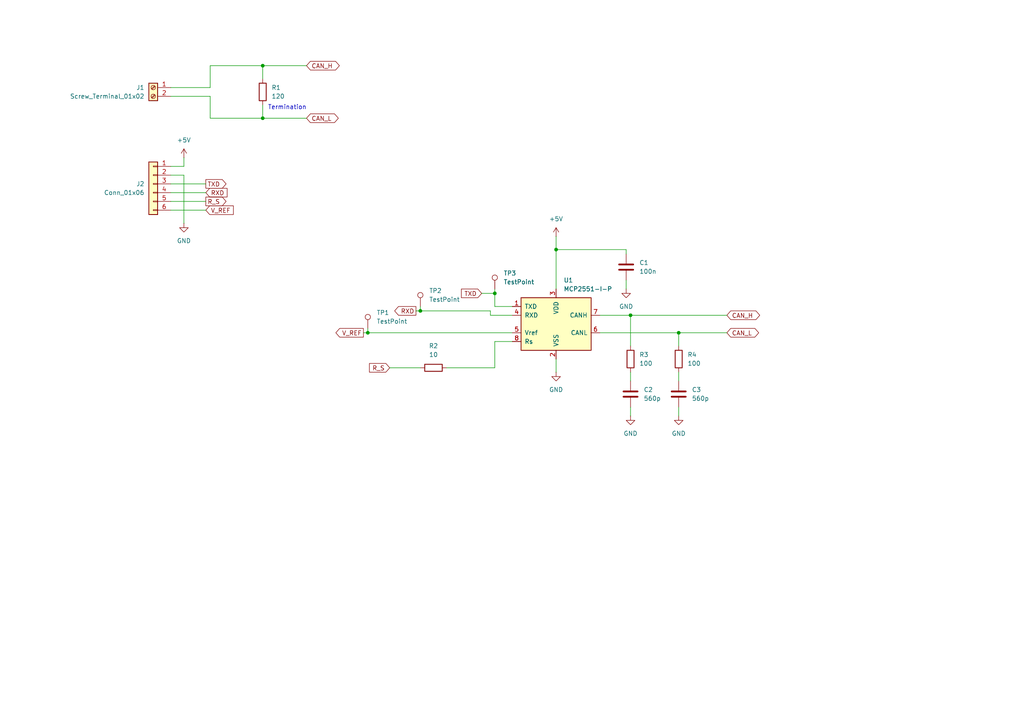
<source format=kicad_sch>
(kicad_sch (version 20231120) (generator "eeschema") (generator_version "8.0")
  (paper "A4")
  (title_block (title "CAN sniffer board") (date "2025-02-04") (rev "A01"))
  (lib_symbols
    (symbol "Connector:Screw_Terminal_01x02" (pin_names (offset 1.016) hide)
      (property "Reference" "J" (at 0 2.54 0))
      (property "Value" "Screw_Terminal_01x02" (at 0 -5.08 0))
      (symbol "Screw_Terminal_01x02_1_1"
        (rectangle (start -1.27 1.27) (end 1.27 -3.81) (stroke (width 0.254)) (fill (type background)))
        (circle (center 0 -2.54) (radius 0.635) (stroke (width 0.1524)))
        (polyline (pts (xy -0.5334 -2.2098) (xy 0.3302 -3.048)) (stroke (width 0.1524)))
        (polyline (pts (xy -0.5334 0.3302) (xy 0.3302 -0.508)) (stroke (width 0.1524)))
        (polyline (pts (xy -0.3556 -2.032) (xy 0.508 -2.8702)) (stroke (width 0.1524)))
        (polyline (pts (xy -0.3556 0.508) (xy 0.508 -0.3302)) (stroke (width 0.1524)))
        (circle (center 0 0) (radius 0.635) (stroke (width 0.1524)))
        (pin passive line (at -5.08 0 0) (length 3.81) (name "Pin_1") (number "1"))
        (pin passive line (at -5.08 -2.54 0) (length 3.81) (name "Pin_2") (number "2"))
      )
    )
    (symbol "Connector:TestPoint" (pin_numbers hide) (pin_names (offset 0.762) hide)
      (property "Reference" "TP" (at 0 6.858 0))
      (property "Value" "TestPoint" (at 0 5.08 0))
      (symbol "TestPoint_0_1"
        (circle (center 0 3.302) (radius 0.762))
      )
      (symbol "TestPoint_1_1"
        (pin passive line (at 0 0 90) (length 2.54) (name "1") (number "1"))
      )
    )
    (symbol "Connector_Generic:Conn_01x06" (pin_names (offset 1.016) hide)
      (property "Reference" "J" (at 0 7.62 0))
      (property "Value" "Conn_01x06" (at 0 -10.16 0))
      (symbol "Conn_01x06_1_1"
        (rectangle (start -1.27 -7.493) (end 0 -7.747) (stroke (width 0.1524)))
        (rectangle (start -1.27 -4.953) (end 0 -5.207) (stroke (width 0.1524)))
        (rectangle (start -1.27 -2.413) (end 0 -2.667) (stroke (width 0.1524)))
        (rectangle (start -1.27 0.127) (end 0 -0.127) (stroke (width 0.1524)))
        (rectangle (start -1.27 2.667) (end 0 2.413) (stroke (width 0.1524)))
        (rectangle (start -1.27 5.207) (end 0 4.953) (stroke (width 0.1524)))
        (rectangle (start -1.27 6.35) (end 1.27 -8.89) (stroke (width 0.254)) (fill (type background)))
        (pin passive line (at -5.08 5.08 0) (length 3.81) (name "Pin_1") (number "1"))
        (pin passive line (at -5.08 2.54 0) (length 3.81) (name "Pin_2") (number "2"))
        (pin passive line (at -5.08 0 0) (length 3.81) (name "Pin_3") (number "3"))
        (pin passive line (at -5.08 -2.54 0) (length 3.81) (name "Pin_4") (number "4"))
        (pin passive line (at -5.08 -5.08 0) (length 3.81) (name "Pin_5") (number "5"))
        (pin passive line (at -5.08 -7.62 0) (length 3.81) (name "Pin_6") (number "6"))
      )
    )
    (symbol "Device:C" (pin_numbers hide) (pin_names (offset 0.254))
      (property "Reference" "C" (at 0.635 2.54 0))
      (property "Value" "C" (at 0.635 -2.54 0))
      (symbol "C_0_1"
        (polyline (pts (xy -2.032 -0.762) (xy 2.032 -0.762)) (stroke (width 0.508)))
        (polyline (pts (xy -2.032 0.762) (xy 2.032 0.762)) (stroke (width 0.508)))
      )
      (symbol "C_1_1"
        (pin passive line (at 0 3.81 270) (length 2.794) (name "~") (number "1"))
        (pin passive line (at 0 -3.81 90) (length 2.794) (name "~") (number "2"))
      )
    )
    (symbol "Device:R" (pin_numbers hide) (pin_names (offset 0))
      (property "Reference" "R" (at 2.032 0 90))
      (property "Value" "R" (at 0 0 90))
      (symbol "R_0_1"
        (rectangle (start -1.016 -2.54) (end 1.016 2.54) (stroke (width 0.254)))
      )
      (symbol "R_1_1"
        (pin passive line (at 0 3.81 270) (length 1.27) (name "~") (number "1"))
        (pin passive line (at 0 -3.81 90) (length 1.27) (name "~") (number "2"))
      )
    )
    (symbol "Interface_CAN_LIN:MCP2551-I-P" (pin_names (offset 1.016))
      (property "Reference" "U" (at -10.16 8.89 0))
      (property "Value" "MCP2551-I-P" (at 2.54 8.89 0))
      (symbol "MCP2551-I-P_0_1"
        (rectangle (start -10.16 7.62) (end 10.16 -7.62) (stroke (width 0.254)) (fill (type background)))
      )
      (symbol "MCP2551-I-P_1_1"
        (pin input line (at -12.7 5.08 0) (length 2.54) (name "TXD") (number "1"))
        (pin power_in line (at 0 -10.16 90) (length 2.54) (name "VSS") (number "2"))
        (pin power_in line (at 0 10.16 270) (length 2.54) (name "VDD") (number "3"))
        (pin output line (at -12.7 2.54 0) (length 2.54) (name "RXD") (number "4"))
        (pin power_out line (at -12.7 -2.54 0) (length 2.54) (name "Vref") (number "5"))
        (pin bidirectional line (at 12.7 -2.54 180) (length 2.54) (name "CANL") (number "6"))
        (pin bidirectional line (at 12.7 2.54 180) (length 2.54) (name "CANH") (number "7"))
        (pin input line (at -12.7 -5.08 0) (length 2.54) (name "Rs") (number "8"))
      )
    )
    (symbol "power:+5V" (power) (pin_numbers hide) (pin_names (offset 0) hide)
      (property "Value" "+5V" (at 0 3.556 0))
      (symbol "+5V_0_1"
        (polyline (pts (xy -0.762 1.27) (xy 0 2.54)))
        (polyline (pts (xy 0 0) (xy 0 2.54)))
        (polyline (pts (xy 0 2.54) (xy 0.762 1.27)))
      )
      (symbol "+5V_1_1"
        (pin power_in line (at 0 0 90) (length 0) (name "~") (number "1"))
      )
    )
    (symbol "power:GND" (power) (pin_numbers hide) (pin_names (offset 0) hide)
      (property "Value" "GND" (at 0 -3.81 0))
      (symbol "GND_0_1"
        (polyline (pts (xy 0 0) (xy 0 -1.27) (xy 1.27 -1.27) (xy 0 -2.54) (xy -1.27 -1.27) (xy 0 -1.27)))
      )
      (symbol "GND_1_1"
        (pin power_in line (at 0 0 270) (length 0) (name "~") (number "1"))
      )
    )
  )
  (junction (at 121.92 90.17))
  (junction (at 106.68 96.52))
  (junction (at 76.2 34.29))
  (junction (at 182.88 91.44))
  (junction (at 161.29 72.39))
  (junction (at 76.2 19.05))
  (junction (at 196.85 96.52))
  (junction (at 143.51 85.09))
  (wire (pts (xy 182.88 107.95) (xy 182.88 110.49)))
  (wire (pts (xy 161.29 72.39) (xy 181.61 72.39)))
  (wire (pts (xy 76.2 19.05) (xy 88.9 19.05)))
  (wire (pts (xy 120.65 90.17) (xy 121.92 90.17)))
  (wire (pts (xy 49.53 50.8) (xy 53.34 50.8)))
  (wire (pts (xy 53.34 45.72) (xy 53.34 48.26)))
  (wire (pts (xy 182.88 118.11) (xy 182.88 120.65)))
  (wire (pts (xy 173.99 96.52) (xy 196.85 96.52)))
  (wire (pts (xy 181.61 81.28) (xy 181.61 83.82)))
  (wire (pts (xy 139.7 85.09) (xy 143.51 85.09)))
  (wire (pts (xy 76.2 34.29) (xy 88.9 34.29)))
  (wire (pts (xy 53.34 48.26) (xy 49.53 48.26)))
  (wire (pts (xy 142.24 90.17) (xy 142.24 91.44)))
  (wire (pts (xy 143.51 106.68) (xy 143.51 99.06)))
  (wire (pts (xy 143.51 83.82) (xy 143.51 85.09)))
  (wire (pts (xy 143.51 88.9) (xy 148.59 88.9)))
  (wire (pts (xy 106.68 95.25) (xy 106.68 96.52)))
  (wire (pts (xy 49.53 55.88) (xy 59.69 55.88)))
  (wire (pts (xy 106.68 96.52) (xy 148.59 96.52)))
  (wire (pts (xy 196.85 118.11) (xy 196.85 120.65)))
  (wire (pts (xy 182.88 91.44) (xy 182.88 100.33)))
  (wire (pts (xy 142.24 91.44) (xy 148.59 91.44)))
  (wire (pts (xy 113.03 106.68) (xy 121.92 106.68)))
  (wire (pts (xy 60.96 34.29) (xy 76.2 34.29)))
  (wire (pts (xy 49.53 25.4) (xy 60.96 25.4)))
  (wire (pts (xy 76.2 30.48) (xy 76.2 34.29)))
  (wire (pts (xy 49.53 60.96) (xy 59.69 60.96)))
  (wire (pts (xy 161.29 104.14) (xy 161.29 107.95)))
  (wire (pts (xy 173.99 91.44) (xy 182.88 91.44)))
  (wire (pts (xy 60.96 19.05) (xy 76.2 19.05)))
  (wire (pts (xy 196.85 100.33) (xy 196.85 96.52)))
  (wire (pts (xy 121.92 88.9) (xy 121.92 90.17)))
  (wire (pts (xy 60.96 27.94) (xy 60.96 34.29)))
  (wire (pts (xy 196.85 96.52) (xy 210.82 96.52)))
  (wire (pts (xy 49.53 58.42) (xy 59.69 58.42)))
  (wire (pts (xy 53.34 50.8) (xy 53.34 64.77)))
  (wire (pts (xy 76.2 19.05) (xy 76.2 22.86)))
  (wire (pts (xy 182.88 91.44) (xy 210.82 91.44)))
  (wire (pts (xy 105.41 96.52) (xy 106.68 96.52)))
  (wire (pts (xy 121.92 90.17) (xy 142.24 90.17)))
  (wire (pts (xy 181.61 73.66) (xy 181.61 72.39)))
  (wire (pts (xy 161.29 68.58) (xy 161.29 72.39)))
  (wire (pts (xy 49.53 27.94) (xy 60.96 27.94)))
  (wire (pts (xy 143.51 99.06) (xy 148.59 99.06)))
  (wire (pts (xy 60.96 25.4) (xy 60.96 19.05)))
  (wire (pts (xy 129.54 106.68) (xy 143.51 106.68)))
  (wire (pts (xy 161.29 72.39) (xy 161.29 83.82)))
  (wire (pts (xy 49.53 53.34) (xy 59.69 53.34)))
  (wire (pts (xy 196.85 107.95) (xy 196.85 110.49)))
  (wire (pts (xy 143.51 85.09) (xy 143.51 88.9)))
  (text "Termination" (at 83.312 31.242 0) (effects (font (size 1.27 1.27))))
  (global_label "V_REF" (shape input) (at 59.69 60.96 0) (property "Intersheetrefs" "${INTERSHEET_REFS}" (effects (hide yes))))
  (global_label "CAN_H" (shape bidirectional) (at 88.9 19.05 0) (property "Intersheetrefs" "${INTERSHEET_REFS}" (effects (hide yes))))
  (global_label "V_REF" (shape output) (at 105.41 96.52 180) (property "Intersheetrefs" "${INTERSHEET_REFS}" (effects (hide yes))))
  (global_label "TXD" (shape output) (at 59.69 53.34 0) (property "Intersheetrefs" "${INTERSHEET_REFS}" (effects (hide yes))))
  (global_label "TXD" (shape input) (at 139.7 85.09 180) (property "Intersheetrefs" "${INTERSHEET_REFS}" (effects (hide yes))))
  (global_label "CAN_H" (shape bidirectional) (at 210.82 91.44 0) (property "Intersheetrefs" "${INTERSHEET_REFS}" (effects (hide yes))))
  (global_label "R_S" (shape input) (at 113.03 106.68 180) (property "Intersheetrefs" "${INTERSHEET_REFS}" (effects (hide yes))))
  (global_label "R_S" (shape output) (at 59.69 58.42 0) (property "Intersheetrefs" "${INTERSHEET_REFS}" (effects (hide yes))))
  (global_label "RXD" (shape output) (at 120.65 90.17 180) (property "Intersheetrefs" "${INTERSHEET_REFS}" (effects (hide yes))))
  (global_label "CAN_L" (shape bidirectional) (at 210.82 96.52 0) (property "Intersheetrefs" "${INTERSHEET_REFS}" (effects (hide yes))))
  (global_label "CAN_L" (shape bidirectional) (at 88.9 34.29 0) (property "Intersheetrefs" "${INTERSHEET_REFS}" (effects (hide yes))))
  (global_label "RXD" (shape input) (at 59.69 55.88 0) (property "Intersheetrefs" "${INTERSHEET_REFS}" (effects (hide yes))))
  (symbol (lib_id "Device:R") (at 196.85 104.14 0) (unit 1)
    (property "Reference" "R4" (at 199.39 102.8699 0) (effects (justify left)))
    (property "Value" "100" (at 199.39 105.4099 0) (effects (justify left)))
    (property "Description" "Resistor" (effects (hide yes)))
  )
  (symbol (lib_id "Connector:TestPoint") (at 143.51 83.82 0) (unit 1)
    (property "Reference" "TP3" (at 146.05 79.2479 0) (effects (justify left)))
    (property "Value" "TestPoint" (at 146.05 81.7879 0) (effects (justify left)))
    (property "Description" "test point" (effects (hide yes)))
  )
  (symbol (lib_id "Device:C") (at 196.85 114.3 0) (unit 1)
    (property "Reference" "C3" (at 200.66 113.0299 0) (effects (justify left)))
    (property "Value" "560p" (at 200.66 115.5699 0) (effects (justify left)))
    (property "Description" "Unpolarized capacitor" (effects (hide yes)))
  )
  (symbol (lib_id "Connector:Screw_Terminal_01x02") (at 44.45 25.4 0) (mirror y) (unit 1)
    (property "Reference" "J1" (at 41.91 25.3999 0) (effects (justify left)))
    (property "Value" "Screw_Terminal_01x02" (at 41.91 27.9399 0) (effects (justify left)))
    (property "Description" "Generic screw terminal, single row, 01x02, script generated (kicad-library-utils/schlib/autogen/connector/)" (effects (hide yes)))
  )
  (symbol (lib_id "Device:R") (at 76.2 26.67 0) (unit 1)
    (property "Reference" "R1" (at 78.74 25.3999 0) (effects (justify left)))
    (property "Value" "120" (at 78.74 27.9399 0) (effects (justify left)))
    (property "Description" "Resistor" (effects (hide yes)))
  )
  (symbol (lib_id "Device:C") (at 182.88 114.3 0) (unit 1)
    (property "Reference" "C2" (at 186.69 113.0299 0) (effects (justify left)))
    (property "Value" "560p" (at 186.69 115.5699 0) (effects (justify left)))
    (property "Description" "Unpolarized capacitor" (effects (hide yes)))
  )
  (symbol (lib_id "power:GND") (at 53.34 64.77 0) (unit 1)
    (property "Reference" "#PWR01" (effects (hide yes)))
    (property "Value" "GND" (at 53.34 69.85 0))
    (property "Description" "Power symbol creates a global label with name \"GND\" , ground" (effects (hide yes)))
  )
  (symbol (lib_id "power:GND") (at 196.85 120.65 0) (unit 1)
    (property "Reference" "#PWR07" (effects (hide yes)))
    (property "Value" "GND" (at 196.85 125.73 0))
    (property "Description" "Power symbol creates a global label with name \"GND\" , ground" (effects (hide yes)))
  )
  (symbol (lib_id "Interface_CAN_LIN:MCP2551-I-P") (at 161.29 93.98 0) (unit 1)
    (property "Reference" "U1" (at 163.4841 81.28 0) (effects (justify left)))
    (property "Value" "MCP2551-I-P" (at 163.4841 83.82 0) (effects (justify left)))
    (property "Footprint" "Package_DIP:DIP-8_W7.62mm" (effects (hide yes)))
    (property "Datasheet" "http://ww1.microchip.com/downloads/en/devicedoc/21667d.pdf" (effects (hide yes)))
    (property "Description" "High-Speed CAN Transceiver, 1Mbps, 5V supply, DIP-8" (effects (hide yes)))
  )
  (symbol (lib_id "Device:R") (at 182.88 104.14 0) (unit 1)
    (property "Reference" "R3" (at 185.42 102.8699 0) (effects (justify left)))
    (property "Value" "100" (at 185.42 105.4099 0) (effects (justify left)))
    (property "Description" "Resistor" (effects (hide yes)))
  )
  (symbol (lib_id "power:+5V") (at 161.29 68.58 0) (unit 1)
    (property "Reference" "#PWR05" (effects (hide yes)))
    (property "Value" "+5V" (at 161.29 63.5 0))
    (property "Description" "Power symbol creates a global label with name \"+5V\"" (effects (hide yes)))
  )
  (symbol (lib_id "power:+5V") (at 53.34 45.72 0) (unit 1)
    (property "Reference" "#PWR02" (effects (hide yes)))
    (property "Value" "+5V" (at 53.34 40.64 0))
    (property "Description" "Power symbol creates a global label with name \"+5V\"" (effects (hide yes)))
  )
  (symbol (lib_id "power:GND") (at 181.61 83.82 0) (unit 1)
    (property "Reference" "#PWR04" (effects (hide yes)))
    (property "Value" "GND" (at 181.61 88.9 0))
    (property "Description" "Power symbol creates a global label with name \"GND\" , ground" (effects (hide yes)))
  )
  (symbol (lib_id "power:GND") (at 161.29 107.95 0) (unit 1)
    (property "Reference" "#PWR03" (effects (hide yes)))
    (property "Value" "GND" (at 161.29 113.03 0))
    (property "Description" "Power symbol creates a global label with name \"GND\" , ground" (effects (hide yes)))
  )
  (symbol (lib_id "Connector:TestPoint") (at 121.92 88.9 0) (unit 1)
    (property "Reference" "TP2" (at 124.46 84.3279 0) (effects (justify left)))
    (property "Value" "TestPoint" (at 124.46 86.8679 0) (effects (justify left)))
    (property "Description" "test point" (effects (hide yes)))
  )
  (symbol (lib_id "power:GND") (at 182.88 120.65 0) (unit 1)
    (property "Reference" "#PWR06" (effects (hide yes)))
    (property "Value" "GND" (at 182.88 125.73 0))
    (property "Description" "Power symbol creates a global label with name \"GND\" , ground" (effects (hide yes)))
  )
  (symbol (lib_id "Device:R") (at 125.73 106.68 90) (unit 1)
    (property "Reference" "R2" (at 125.73 100.33 90))
    (property "Value" "10" (at 125.73 102.87 90))
    (property "Description" "Resistor" (effects (hide yes)))
  )
  (symbol (lib_id "Connector:TestPoint") (at 106.68 95.25 0) (unit 1)
    (property "Reference" "TP1" (at 109.22 90.6779 0) (effects (justify left)))
    (property "Value" "TestPoint" (at 109.22 93.2179 0) (effects (justify left)))
    (property "Description" "test point" (effects (hide yes)))
  )
  (symbol (lib_id "Connector_Generic:Conn_01x06") (at 44.45 53.34 0) (mirror y) (unit 1)
    (property "Reference" "J2" (at 41.91 53.3399 0) (effects (justify left)))
    (property "Value" "Conn_01x06" (at 41.91 55.8799 0) (effects (justify left)))
    (property "Description" "Generic connector, single row, 01x06, script generated (kicad-library-utils/schlib/autogen/connector/)" (effects (hide yes)))
  )
  (symbol (lib_id "Device:C") (at 181.61 77.47 0) (unit 1)
    (property "Reference" "C1" (at 185.42 76.1999 0) (effects (justify left)))
    (property "Value" "100n" (at 185.42 78.7399 0) (effects (justify left)))
    (property "Description" "Unpolarized capacitor" (effects (hide yes)))
  )
)
</source>
